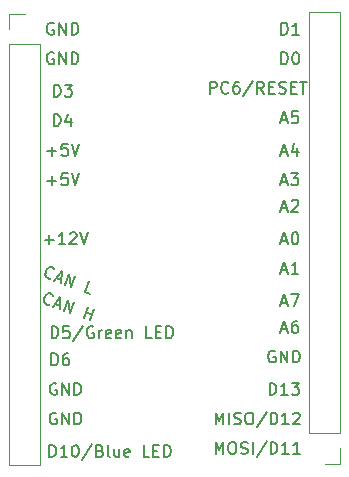
<source format=gbr>
G04 #@! TF.GenerationSoftware,KiCad,Pcbnew,(5.1.6)-1*
G04 #@! TF.CreationDate,2020-12-13T19:23:20+01:00*
G04 #@! TF.ProjectId,ACM Breakout,41434d20-4272-4656-916b-6f75742e6b69,rev?*
G04 #@! TF.SameCoordinates,Original*
G04 #@! TF.FileFunction,Legend,Top*
G04 #@! TF.FilePolarity,Positive*
%FSLAX46Y46*%
G04 Gerber Fmt 4.6, Leading zero omitted, Abs format (unit mm)*
G04 Created by KiCad (PCBNEW (5.1.6)-1) date 2020-12-13 19:23:20*
%MOMM*%
%LPD*%
G01*
G04 APERTURE LIST*
%ADD10C,0.150000*%
%ADD11C,0.120000*%
G04 APERTURE END LIST*
D10*
X-10464568Y-2097004D02*
X-10525602Y-2125464D01*
X-10676130Y-2121352D01*
X-10765625Y-2088778D01*
X-10883580Y-1995171D01*
X-10940501Y-1873103D01*
X-10952675Y-1767322D01*
X-10932275Y-1572046D01*
X-10883415Y-1437804D01*
X-10773521Y-1275102D01*
X-10696201Y-1201894D01*
X-10574133Y-1144973D01*
X-10423604Y-1149086D01*
X-10334110Y-1181659D01*
X-10216155Y-1275266D01*
X-10187694Y-1336300D01*
X-10041443Y-2048308D02*
X-9593970Y-2211175D01*
X-10228657Y-2284218D02*
X-9573406Y-1458532D01*
X-9602196Y-2512232D01*
X-9288965Y-2626239D02*
X-8946945Y-1686546D01*
X-8751997Y-2821679D01*
X-8409977Y-1881986D01*
X-7141096Y-3407999D02*
X-7588569Y-3245132D01*
X-7246548Y-2305439D01*
X-10576436Y-4306287D02*
X-10637470Y-4334748D01*
X-10787998Y-4330635D01*
X-10877493Y-4298062D01*
X-10995448Y-4204454D01*
X-11052369Y-4082386D01*
X-11064543Y-3976605D01*
X-11044144Y-3781329D01*
X-10995283Y-3647088D01*
X-10885390Y-3484385D01*
X-10808069Y-3411177D01*
X-10686001Y-3354256D01*
X-10535473Y-3358369D01*
X-10445978Y-3390942D01*
X-10328023Y-3484550D01*
X-10299562Y-3545584D01*
X-10153311Y-4257591D02*
X-9705838Y-4420458D01*
X-10340525Y-4493502D02*
X-9685274Y-3667816D01*
X-9714064Y-4721515D01*
X-9400833Y-4835522D02*
X-9058813Y-3895829D01*
X-8863866Y-5030962D01*
X-8521846Y-4091269D01*
X-7700437Y-5454415D02*
X-7358417Y-4514723D01*
X-7521283Y-4962195D02*
X-6984316Y-5157636D01*
X-7163469Y-5649856D02*
X-6821449Y-4710163D01*
X-10419047Y-7152380D02*
X-10419047Y-6152380D01*
X-10180952Y-6152380D01*
X-10038095Y-6200000D01*
X-9942857Y-6295238D01*
X-9895238Y-6390476D01*
X-9847619Y-6580952D01*
X-9847619Y-6723809D01*
X-9895238Y-6914285D01*
X-9942857Y-7009523D01*
X-10038095Y-7104761D01*
X-10180952Y-7152380D01*
X-10419047Y-7152380D01*
X-8942857Y-6152380D02*
X-9419047Y-6152380D01*
X-9466666Y-6628571D01*
X-9419047Y-6580952D01*
X-9323809Y-6533333D01*
X-9085714Y-6533333D01*
X-8990476Y-6580952D01*
X-8942857Y-6628571D01*
X-8895238Y-6723809D01*
X-8895238Y-6961904D01*
X-8942857Y-7057142D01*
X-8990476Y-7104761D01*
X-9085714Y-7152380D01*
X-9323809Y-7152380D01*
X-9419047Y-7104761D01*
X-9466666Y-7057142D01*
X-7752380Y-6104761D02*
X-8609523Y-7390476D01*
X-6895238Y-6200000D02*
X-6990476Y-6152380D01*
X-7133333Y-6152380D01*
X-7276190Y-6200000D01*
X-7371428Y-6295238D01*
X-7419047Y-6390476D01*
X-7466666Y-6580952D01*
X-7466666Y-6723809D01*
X-7419047Y-6914285D01*
X-7371428Y-7009523D01*
X-7276190Y-7104761D01*
X-7133333Y-7152380D01*
X-7038095Y-7152380D01*
X-6895238Y-7104761D01*
X-6847619Y-7057142D01*
X-6847619Y-6723809D01*
X-7038095Y-6723809D01*
X-6419047Y-7152380D02*
X-6419047Y-6485714D01*
X-6419047Y-6676190D02*
X-6371428Y-6580952D01*
X-6323809Y-6533333D01*
X-6228571Y-6485714D01*
X-6133333Y-6485714D01*
X-5419047Y-7104761D02*
X-5514285Y-7152380D01*
X-5704761Y-7152380D01*
X-5800000Y-7104761D01*
X-5847619Y-7009523D01*
X-5847619Y-6628571D01*
X-5800000Y-6533333D01*
X-5704761Y-6485714D01*
X-5514285Y-6485714D01*
X-5419047Y-6533333D01*
X-5371428Y-6628571D01*
X-5371428Y-6723809D01*
X-5847619Y-6819047D01*
X-4561904Y-7104761D02*
X-4657142Y-7152380D01*
X-4847619Y-7152380D01*
X-4942857Y-7104761D01*
X-4990476Y-7009523D01*
X-4990476Y-6628571D01*
X-4942857Y-6533333D01*
X-4847619Y-6485714D01*
X-4657142Y-6485714D01*
X-4561904Y-6533333D01*
X-4514285Y-6628571D01*
X-4514285Y-6723809D01*
X-4990476Y-6819047D01*
X-4085714Y-6485714D02*
X-4085714Y-7152380D01*
X-4085714Y-6580952D02*
X-4038095Y-6533333D01*
X-3942857Y-6485714D01*
X-3800000Y-6485714D01*
X-3704761Y-6533333D01*
X-3657142Y-6628571D01*
X-3657142Y-7152380D01*
X-1942857Y-7152380D02*
X-2419047Y-7152380D01*
X-2419047Y-6152380D01*
X-1609523Y-6628571D02*
X-1276190Y-6628571D01*
X-1133333Y-7152380D02*
X-1609523Y-7152380D01*
X-1609523Y-6152380D01*
X-1133333Y-6152380D01*
X-704761Y-7152380D02*
X-704761Y-6152380D01*
X-466666Y-6152380D01*
X-323809Y-6200000D01*
X-228571Y-6295238D01*
X-180952Y-6390476D01*
X-133333Y-6580952D01*
X-133333Y-6723809D01*
X-180952Y-6914285D01*
X-228571Y-7009523D01*
X-323809Y-7104761D01*
X-466666Y-7152380D01*
X-704761Y-7152380D01*
X-10438095Y-9452380D02*
X-10438095Y-8452380D01*
X-10200000Y-8452380D01*
X-10057142Y-8500000D01*
X-9961904Y-8595238D01*
X-9914285Y-8690476D01*
X-9866666Y-8880952D01*
X-9866666Y-9023809D01*
X-9914285Y-9214285D01*
X-9961904Y-9309523D01*
X-10057142Y-9404761D01*
X-10200000Y-9452380D01*
X-10438095Y-9452380D01*
X-9009523Y-8452380D02*
X-9200000Y-8452380D01*
X-9295238Y-8500000D01*
X-9342857Y-8547619D01*
X-9438095Y-8690476D01*
X-9485714Y-8880952D01*
X-9485714Y-9261904D01*
X-9438095Y-9357142D01*
X-9390476Y-9404761D01*
X-9295238Y-9452380D01*
X-9104761Y-9452380D01*
X-9009523Y-9404761D01*
X-8961904Y-9357142D01*
X-8914285Y-9261904D01*
X-8914285Y-9023809D01*
X-8961904Y-8928571D01*
X-9009523Y-8880952D01*
X-9104761Y-8833333D01*
X-9295238Y-8833333D01*
X-9390476Y-8880952D01*
X-9438095Y-8928571D01*
X-9485714Y-9023809D01*
X-10619047Y-17202380D02*
X-10619047Y-16202380D01*
X-10380952Y-16202380D01*
X-10238095Y-16250000D01*
X-10142857Y-16345238D01*
X-10095238Y-16440476D01*
X-10047619Y-16630952D01*
X-10047619Y-16773809D01*
X-10095238Y-16964285D01*
X-10142857Y-17059523D01*
X-10238095Y-17154761D01*
X-10380952Y-17202380D01*
X-10619047Y-17202380D01*
X-9095238Y-17202380D02*
X-9666666Y-17202380D01*
X-9380952Y-17202380D02*
X-9380952Y-16202380D01*
X-9476190Y-16345238D01*
X-9571428Y-16440476D01*
X-9666666Y-16488095D01*
X-8476190Y-16202380D02*
X-8380952Y-16202380D01*
X-8285714Y-16250000D01*
X-8238095Y-16297619D01*
X-8190476Y-16392857D01*
X-8142857Y-16583333D01*
X-8142857Y-16821428D01*
X-8190476Y-17011904D01*
X-8238095Y-17107142D01*
X-8285714Y-17154761D01*
X-8380952Y-17202380D01*
X-8476190Y-17202380D01*
X-8571428Y-17154761D01*
X-8619047Y-17107142D01*
X-8666666Y-17011904D01*
X-8714285Y-16821428D01*
X-8714285Y-16583333D01*
X-8666666Y-16392857D01*
X-8619047Y-16297619D01*
X-8571428Y-16250000D01*
X-8476190Y-16202380D01*
X-7000000Y-16154761D02*
X-7857142Y-17440476D01*
X-6333333Y-16678571D02*
X-6190476Y-16726190D01*
X-6142857Y-16773809D01*
X-6095238Y-16869047D01*
X-6095238Y-17011904D01*
X-6142857Y-17107142D01*
X-6190476Y-17154761D01*
X-6285714Y-17202380D01*
X-6666666Y-17202380D01*
X-6666666Y-16202380D01*
X-6333333Y-16202380D01*
X-6238095Y-16250000D01*
X-6190476Y-16297619D01*
X-6142857Y-16392857D01*
X-6142857Y-16488095D01*
X-6190476Y-16583333D01*
X-6238095Y-16630952D01*
X-6333333Y-16678571D01*
X-6666666Y-16678571D01*
X-5523809Y-17202380D02*
X-5619047Y-17154761D01*
X-5666666Y-17059523D01*
X-5666666Y-16202380D01*
X-4714285Y-16535714D02*
X-4714285Y-17202380D01*
X-5142857Y-16535714D02*
X-5142857Y-17059523D01*
X-5095238Y-17154761D01*
X-5000000Y-17202380D01*
X-4857142Y-17202380D01*
X-4761904Y-17154761D01*
X-4714285Y-17107142D01*
X-3857142Y-17154761D02*
X-3952380Y-17202380D01*
X-4142857Y-17202380D01*
X-4238095Y-17154761D01*
X-4285714Y-17059523D01*
X-4285714Y-16678571D01*
X-4238095Y-16583333D01*
X-4142857Y-16535714D01*
X-3952380Y-16535714D01*
X-3857142Y-16583333D01*
X-3809523Y-16678571D01*
X-3809523Y-16773809D01*
X-4285714Y-16869047D01*
X-2142857Y-17202380D02*
X-2619047Y-17202380D01*
X-2619047Y-16202380D01*
X-1809523Y-16678571D02*
X-1476190Y-16678571D01*
X-1333333Y-17202380D02*
X-1809523Y-17202380D01*
X-1809523Y-16202380D01*
X-1333333Y-16202380D01*
X-904761Y-17202380D02*
X-904761Y-16202380D01*
X-666666Y-16202380D01*
X-523809Y-16250000D01*
X-428571Y-16345238D01*
X-380952Y-16440476D01*
X-333333Y-16630952D01*
X-333333Y-16773809D01*
X-380952Y-16964285D01*
X-428571Y-17059523D01*
X-523809Y-17154761D01*
X-666666Y-17202380D01*
X-904761Y-17202380D01*
X3452380Y-16952380D02*
X3452380Y-15952380D01*
X3785714Y-16666666D01*
X4119047Y-15952380D01*
X4119047Y-16952380D01*
X4785714Y-15952380D02*
X4976190Y-15952380D01*
X5071428Y-16000000D01*
X5166666Y-16095238D01*
X5214285Y-16285714D01*
X5214285Y-16619047D01*
X5166666Y-16809523D01*
X5071428Y-16904761D01*
X4976190Y-16952380D01*
X4785714Y-16952380D01*
X4690476Y-16904761D01*
X4595238Y-16809523D01*
X4547619Y-16619047D01*
X4547619Y-16285714D01*
X4595238Y-16095238D01*
X4690476Y-16000000D01*
X4785714Y-15952380D01*
X5595238Y-16904761D02*
X5738095Y-16952380D01*
X5976190Y-16952380D01*
X6071428Y-16904761D01*
X6119047Y-16857142D01*
X6166666Y-16761904D01*
X6166666Y-16666666D01*
X6119047Y-16571428D01*
X6071428Y-16523809D01*
X5976190Y-16476190D01*
X5785714Y-16428571D01*
X5690476Y-16380952D01*
X5642857Y-16333333D01*
X5595238Y-16238095D01*
X5595238Y-16142857D01*
X5642857Y-16047619D01*
X5690476Y-16000000D01*
X5785714Y-15952380D01*
X6023809Y-15952380D01*
X6166666Y-16000000D01*
X6595238Y-16952380D02*
X6595238Y-15952380D01*
X7785714Y-15904761D02*
X6928571Y-17190476D01*
X8119047Y-16952380D02*
X8119047Y-15952380D01*
X8357142Y-15952380D01*
X8500000Y-16000000D01*
X8595238Y-16095238D01*
X8642857Y-16190476D01*
X8690476Y-16380952D01*
X8690476Y-16523809D01*
X8642857Y-16714285D01*
X8595238Y-16809523D01*
X8500000Y-16904761D01*
X8357142Y-16952380D01*
X8119047Y-16952380D01*
X9642857Y-16952380D02*
X9071428Y-16952380D01*
X9357142Y-16952380D02*
X9357142Y-15952380D01*
X9261904Y-16095238D01*
X9166666Y-16190476D01*
X9071428Y-16238095D01*
X10595238Y-16952380D02*
X10023809Y-16952380D01*
X10309523Y-16952380D02*
X10309523Y-15952380D01*
X10214285Y-16095238D01*
X10119047Y-16190476D01*
X10023809Y-16238095D01*
X3452380Y-14452380D02*
X3452380Y-13452380D01*
X3785714Y-14166666D01*
X4119047Y-13452380D01*
X4119047Y-14452380D01*
X4595238Y-14452380D02*
X4595238Y-13452380D01*
X5023809Y-14404761D02*
X5166666Y-14452380D01*
X5404761Y-14452380D01*
X5500000Y-14404761D01*
X5547619Y-14357142D01*
X5595238Y-14261904D01*
X5595238Y-14166666D01*
X5547619Y-14071428D01*
X5500000Y-14023809D01*
X5404761Y-13976190D01*
X5214285Y-13928571D01*
X5119047Y-13880952D01*
X5071428Y-13833333D01*
X5023809Y-13738095D01*
X5023809Y-13642857D01*
X5071428Y-13547619D01*
X5119047Y-13500000D01*
X5214285Y-13452380D01*
X5452380Y-13452380D01*
X5595238Y-13500000D01*
X6214285Y-13452380D02*
X6404761Y-13452380D01*
X6500000Y-13500000D01*
X6595238Y-13595238D01*
X6642857Y-13785714D01*
X6642857Y-14119047D01*
X6595238Y-14309523D01*
X6500000Y-14404761D01*
X6404761Y-14452380D01*
X6214285Y-14452380D01*
X6119047Y-14404761D01*
X6023809Y-14309523D01*
X5976190Y-14119047D01*
X5976190Y-13785714D01*
X6023809Y-13595238D01*
X6119047Y-13500000D01*
X6214285Y-13452380D01*
X7785714Y-13404761D02*
X6928571Y-14690476D01*
X8119047Y-14452380D02*
X8119047Y-13452380D01*
X8357142Y-13452380D01*
X8500000Y-13500000D01*
X8595238Y-13595238D01*
X8642857Y-13690476D01*
X8690476Y-13880952D01*
X8690476Y-14023809D01*
X8642857Y-14214285D01*
X8595238Y-14309523D01*
X8500000Y-14404761D01*
X8357142Y-14452380D01*
X8119047Y-14452380D01*
X9642857Y-14452380D02*
X9071428Y-14452380D01*
X9357142Y-14452380D02*
X9357142Y-13452380D01*
X9261904Y-13595238D01*
X9166666Y-13690476D01*
X9071428Y-13738095D01*
X10023809Y-13547619D02*
X10071428Y-13500000D01*
X10166666Y-13452380D01*
X10404761Y-13452380D01*
X10500000Y-13500000D01*
X10547619Y-13547619D01*
X10595238Y-13642857D01*
X10595238Y-13738095D01*
X10547619Y-13880952D01*
X9976190Y-14452380D01*
X10595238Y-14452380D01*
X8035714Y-11952380D02*
X8035714Y-10952380D01*
X8273809Y-10952380D01*
X8416666Y-11000000D01*
X8511904Y-11095238D01*
X8559523Y-11190476D01*
X8607142Y-11380952D01*
X8607142Y-11523809D01*
X8559523Y-11714285D01*
X8511904Y-11809523D01*
X8416666Y-11904761D01*
X8273809Y-11952380D01*
X8035714Y-11952380D01*
X9559523Y-11952380D02*
X8988095Y-11952380D01*
X9273809Y-11952380D02*
X9273809Y-10952380D01*
X9178571Y-11095238D01*
X9083333Y-11190476D01*
X8988095Y-11238095D01*
X9892857Y-10952380D02*
X10511904Y-10952380D01*
X10178571Y-11333333D01*
X10321428Y-11333333D01*
X10416666Y-11380952D01*
X10464285Y-11428571D01*
X10511904Y-11523809D01*
X10511904Y-11761904D01*
X10464285Y-11857142D01*
X10416666Y-11904761D01*
X10321428Y-11952380D01*
X10035714Y-11952380D01*
X9940476Y-11904761D01*
X9892857Y-11857142D01*
X9035714Y-6416666D02*
X9511904Y-6416666D01*
X8940476Y-6702380D02*
X9273809Y-5702380D01*
X9607142Y-6702380D01*
X10369047Y-5702380D02*
X10178571Y-5702380D01*
X10083333Y-5750000D01*
X10035714Y-5797619D01*
X9940476Y-5940476D01*
X9892857Y-6130952D01*
X9892857Y-6511904D01*
X9940476Y-6607142D01*
X9988095Y-6654761D01*
X10083333Y-6702380D01*
X10273809Y-6702380D01*
X10369047Y-6654761D01*
X10416666Y-6607142D01*
X10464285Y-6511904D01*
X10464285Y-6273809D01*
X10416666Y-6178571D01*
X10369047Y-6130952D01*
X10273809Y-6083333D01*
X10083333Y-6083333D01*
X9988095Y-6130952D01*
X9940476Y-6178571D01*
X9892857Y-6273809D01*
X9035714Y-4166666D02*
X9511904Y-4166666D01*
X8940476Y-4452380D02*
X9273809Y-3452380D01*
X9607142Y-4452380D01*
X9845238Y-3452380D02*
X10511904Y-3452380D01*
X10083333Y-4452380D01*
X9035714Y-1416666D02*
X9511904Y-1416666D01*
X8940476Y-1702380D02*
X9273809Y-702380D01*
X9607142Y-1702380D01*
X10464285Y-1702380D02*
X9892857Y-1702380D01*
X10178571Y-1702380D02*
X10178571Y-702380D01*
X10083333Y-845238D01*
X9988095Y-940476D01*
X9892857Y-988095D01*
X9035714Y1083333D02*
X9511904Y1083333D01*
X8940476Y797619D02*
X9273809Y1797619D01*
X9607142Y797619D01*
X10130952Y1797619D02*
X10226190Y1797619D01*
X10321428Y1750000D01*
X10369047Y1702380D01*
X10416666Y1607142D01*
X10464285Y1416666D01*
X10464285Y1178571D01*
X10416666Y988095D01*
X10369047Y892857D01*
X10321428Y845238D01*
X10226190Y797619D01*
X10130952Y797619D01*
X10035714Y845238D01*
X9988095Y892857D01*
X9940476Y988095D01*
X9892857Y1178571D01*
X9892857Y1416666D01*
X9940476Y1607142D01*
X9988095Y1702380D01*
X10035714Y1750000D01*
X10130952Y1797619D01*
X9035714Y3833333D02*
X9511904Y3833333D01*
X8940476Y3547619D02*
X9273809Y4547619D01*
X9607142Y3547619D01*
X9892857Y4452380D02*
X9940476Y4500000D01*
X10035714Y4547619D01*
X10273809Y4547619D01*
X10369047Y4500000D01*
X10416666Y4452380D01*
X10464285Y4357142D01*
X10464285Y4261904D01*
X10416666Y4119047D01*
X9845238Y3547619D01*
X10464285Y3547619D01*
X9035714Y6083333D02*
X9511904Y6083333D01*
X8940476Y5797619D02*
X9273809Y6797619D01*
X9607142Y5797619D01*
X9845238Y6797619D02*
X10464285Y6797619D01*
X10130952Y6416666D01*
X10273809Y6416666D01*
X10369047Y6369047D01*
X10416666Y6321428D01*
X10464285Y6226190D01*
X10464285Y5988095D01*
X10416666Y5892857D01*
X10369047Y5845238D01*
X10273809Y5797619D01*
X9988095Y5797619D01*
X9892857Y5845238D01*
X9845238Y5892857D01*
X9035714Y8583333D02*
X9511904Y8583333D01*
X8940476Y8297619D02*
X9273809Y9297619D01*
X9607142Y8297619D01*
X10369047Y8964285D02*
X10369047Y8297619D01*
X10130952Y9345238D02*
X9892857Y8630952D01*
X10511904Y8630952D01*
X9035714Y11333333D02*
X9511904Y11333333D01*
X8940476Y11047619D02*
X9273809Y12047619D01*
X9607142Y11047619D01*
X10416666Y12047619D02*
X9940476Y12047619D01*
X9892857Y11571428D01*
X9940476Y11619047D01*
X10035714Y11666666D01*
X10273809Y11666666D01*
X10369047Y11619047D01*
X10416666Y11571428D01*
X10464285Y11476190D01*
X10464285Y11238095D01*
X10416666Y11142857D01*
X10369047Y11095238D01*
X10273809Y11047619D01*
X10035714Y11047619D01*
X9940476Y11095238D01*
X9892857Y11142857D01*
X2976190Y13547619D02*
X2976190Y14547619D01*
X3357142Y14547619D01*
X3452380Y14500000D01*
X3499999Y14452380D01*
X3547619Y14357142D01*
X3547619Y14214285D01*
X3499999Y14119047D01*
X3452380Y14071428D01*
X3357142Y14023809D01*
X2976190Y14023809D01*
X4547619Y13642857D02*
X4499999Y13595238D01*
X4357142Y13547619D01*
X4261904Y13547619D01*
X4119047Y13595238D01*
X4023809Y13690476D01*
X3976190Y13785714D01*
X3928571Y13976190D01*
X3928571Y14119047D01*
X3976190Y14309523D01*
X4023809Y14404761D01*
X4119047Y14500000D01*
X4261904Y14547619D01*
X4357142Y14547619D01*
X4499999Y14500000D01*
X4547619Y14452380D01*
X5404761Y14547619D02*
X5214285Y14547619D01*
X5119047Y14500000D01*
X5071428Y14452380D01*
X4976190Y14309523D01*
X4928571Y14119047D01*
X4928571Y13738095D01*
X4976190Y13642857D01*
X5023809Y13595238D01*
X5119047Y13547619D01*
X5309523Y13547619D01*
X5404761Y13595238D01*
X5452380Y13642857D01*
X5499999Y13738095D01*
X5499999Y13976190D01*
X5452380Y14071428D01*
X5404761Y14119047D01*
X5309523Y14166666D01*
X5119047Y14166666D01*
X5023809Y14119047D01*
X4976190Y14071428D01*
X4928571Y13976190D01*
X6642857Y14595238D02*
X5785714Y13309523D01*
X7547619Y13547619D02*
X7214285Y14023809D01*
X6976190Y13547619D02*
X6976190Y14547619D01*
X7357142Y14547619D01*
X7452380Y14500000D01*
X7499999Y14452380D01*
X7547619Y14357142D01*
X7547619Y14214285D01*
X7499999Y14119047D01*
X7452380Y14071428D01*
X7357142Y14023809D01*
X6976190Y14023809D01*
X7976190Y14071428D02*
X8309523Y14071428D01*
X8452380Y13547619D02*
X7976190Y13547619D01*
X7976190Y14547619D01*
X8452380Y14547619D01*
X8833333Y13595238D02*
X8976190Y13547619D01*
X9214285Y13547619D01*
X9309523Y13595238D01*
X9357142Y13642857D01*
X9404761Y13738095D01*
X9404761Y13833333D01*
X9357142Y13928571D01*
X9309523Y13976190D01*
X9214285Y14023809D01*
X9023809Y14071428D01*
X8928571Y14119047D01*
X8880952Y14166666D01*
X8833333Y14261904D01*
X8833333Y14357142D01*
X8880952Y14452380D01*
X8928571Y14500000D01*
X9023809Y14547619D01*
X9261904Y14547619D01*
X9404761Y14500000D01*
X9833333Y14071428D02*
X10166666Y14071428D01*
X10309523Y13547619D02*
X9833333Y13547619D01*
X9833333Y14547619D01*
X10309523Y14547619D01*
X10595238Y14547619D02*
X11166666Y14547619D01*
X10880952Y13547619D02*
X10880952Y14547619D01*
X9011904Y16047619D02*
X9011904Y17047619D01*
X9250000Y17047619D01*
X9392857Y17000000D01*
X9488095Y16904761D01*
X9535714Y16809523D01*
X9583333Y16619047D01*
X9583333Y16476190D01*
X9535714Y16285714D01*
X9488095Y16190476D01*
X9392857Y16095238D01*
X9250000Y16047619D01*
X9011904Y16047619D01*
X10202380Y17047619D02*
X10297619Y17047619D01*
X10392857Y17000000D01*
X10440476Y16952380D01*
X10488095Y16857142D01*
X10535714Y16666666D01*
X10535714Y16428571D01*
X10488095Y16238095D01*
X10440476Y16142857D01*
X10392857Y16095238D01*
X10297619Y16047619D01*
X10202380Y16047619D01*
X10107142Y16095238D01*
X10059523Y16142857D01*
X10011904Y16238095D01*
X9964285Y16428571D01*
X9964285Y16666666D01*
X10011904Y16857142D01*
X10059523Y16952380D01*
X10107142Y17000000D01*
X10202380Y17047619D01*
X9011904Y18547619D02*
X9011904Y19547619D01*
X9250000Y19547619D01*
X9392857Y19500000D01*
X9488095Y19404761D01*
X9535714Y19309523D01*
X9583333Y19119047D01*
X9583333Y18976190D01*
X9535714Y18785714D01*
X9488095Y18690476D01*
X9392857Y18595238D01*
X9250000Y18547619D01*
X9011904Y18547619D01*
X10535714Y18547619D02*
X9964285Y18547619D01*
X10250000Y18547619D02*
X10250000Y19547619D01*
X10154761Y19404761D01*
X10059523Y19309523D01*
X9964285Y19261904D01*
X-10011904Y-13500000D02*
X-10107142Y-13452380D01*
X-10250000Y-13452380D01*
X-10392857Y-13500000D01*
X-10488095Y-13595238D01*
X-10535714Y-13690476D01*
X-10583333Y-13880952D01*
X-10583333Y-14023809D01*
X-10535714Y-14214285D01*
X-10488095Y-14309523D01*
X-10392857Y-14404761D01*
X-10250000Y-14452380D01*
X-10154761Y-14452380D01*
X-10011904Y-14404761D01*
X-9964285Y-14357142D01*
X-9964285Y-14023809D01*
X-10154761Y-14023809D01*
X-9535714Y-14452380D02*
X-9535714Y-13452380D01*
X-8964285Y-14452380D01*
X-8964285Y-13452380D01*
X-8488095Y-14452380D02*
X-8488095Y-13452380D01*
X-8250000Y-13452380D01*
X-8107142Y-13500000D01*
X-8011904Y-13595238D01*
X-7964285Y-13690476D01*
X-7916666Y-13880952D01*
X-7916666Y-14023809D01*
X-7964285Y-14214285D01*
X-8011904Y-14309523D01*
X-8107142Y-14404761D01*
X-8250000Y-14452380D01*
X-8488095Y-14452380D01*
X8488095Y-8250000D02*
X8392857Y-8202380D01*
X8249999Y-8202380D01*
X8107142Y-8250000D01*
X8011904Y-8345238D01*
X7964285Y-8440476D01*
X7916666Y-8630952D01*
X7916666Y-8773809D01*
X7964285Y-8964285D01*
X8011904Y-9059523D01*
X8107142Y-9154761D01*
X8249999Y-9202380D01*
X8345238Y-9202380D01*
X8488095Y-9154761D01*
X8535714Y-9107142D01*
X8535714Y-8773809D01*
X8345238Y-8773809D01*
X8964285Y-9202380D02*
X8964285Y-8202380D01*
X9535714Y-9202380D01*
X9535714Y-8202380D01*
X10011904Y-9202380D02*
X10011904Y-8202380D01*
X10250000Y-8202380D01*
X10392857Y-8250000D01*
X10488095Y-8345238D01*
X10535714Y-8440476D01*
X10583333Y-8630952D01*
X10583333Y-8773809D01*
X10535714Y-8964285D01*
X10488095Y-9059523D01*
X10392857Y-9154761D01*
X10250000Y-9202380D01*
X10011904Y-9202380D01*
X-10011904Y-11000000D02*
X-10107142Y-10952380D01*
X-10250000Y-10952380D01*
X-10392857Y-11000000D01*
X-10488095Y-11095238D01*
X-10535714Y-11190476D01*
X-10583333Y-11380952D01*
X-10583333Y-11523809D01*
X-10535714Y-11714285D01*
X-10488095Y-11809523D01*
X-10392857Y-11904761D01*
X-10250000Y-11952380D01*
X-10154761Y-11952380D01*
X-10011904Y-11904761D01*
X-9964285Y-11857142D01*
X-9964285Y-11523809D01*
X-10154761Y-11523809D01*
X-9535714Y-11952380D02*
X-9535714Y-10952380D01*
X-8964285Y-11952380D01*
X-8964285Y-10952380D01*
X-8488095Y-11952380D02*
X-8488095Y-10952380D01*
X-8250000Y-10952380D01*
X-8107142Y-11000000D01*
X-8011904Y-11095238D01*
X-7964285Y-11190476D01*
X-7916666Y-11380952D01*
X-7916666Y-11523809D01*
X-7964285Y-11714285D01*
X-8011904Y-11809523D01*
X-8107142Y-11904761D01*
X-8250000Y-11952380D01*
X-8488095Y-11952380D01*
X-10261904Y17000000D02*
X-10357142Y17047619D01*
X-10500000Y17047619D01*
X-10642857Y17000000D01*
X-10738095Y16904761D01*
X-10785714Y16809523D01*
X-10833333Y16619047D01*
X-10833333Y16476190D01*
X-10785714Y16285714D01*
X-10738095Y16190476D01*
X-10642857Y16095238D01*
X-10500000Y16047619D01*
X-10404761Y16047619D01*
X-10261904Y16095238D01*
X-10214285Y16142857D01*
X-10214285Y16476190D01*
X-10404761Y16476190D01*
X-9785714Y16047619D02*
X-9785714Y17047619D01*
X-9214285Y16047619D01*
X-9214285Y17047619D01*
X-8738095Y16047619D02*
X-8738095Y17047619D01*
X-8500000Y17047619D01*
X-8357142Y17000000D01*
X-8261904Y16904761D01*
X-8214285Y16809523D01*
X-8166666Y16619047D01*
X-8166666Y16476190D01*
X-8214285Y16285714D01*
X-8261904Y16190476D01*
X-8357142Y16095238D01*
X-8500000Y16047619D01*
X-8738095Y16047619D01*
X-10261904Y19500000D02*
X-10357142Y19547619D01*
X-10500000Y19547619D01*
X-10642857Y19500000D01*
X-10738095Y19404761D01*
X-10785714Y19309523D01*
X-10833333Y19119047D01*
X-10833333Y18976190D01*
X-10785714Y18785714D01*
X-10738095Y18690476D01*
X-10642857Y18595238D01*
X-10500000Y18547619D01*
X-10404761Y18547619D01*
X-10261904Y18595238D01*
X-10214285Y18642857D01*
X-10214285Y18976190D01*
X-10404761Y18976190D01*
X-9785714Y18547619D02*
X-9785714Y19547619D01*
X-9214285Y18547619D01*
X-9214285Y19547619D01*
X-8738095Y18547619D02*
X-8738095Y19547619D01*
X-8500000Y19547619D01*
X-8357142Y19500000D01*
X-8261904Y19404761D01*
X-8214285Y19309523D01*
X-8166666Y19119047D01*
X-8166666Y18976190D01*
X-8214285Y18785714D01*
X-8261904Y18690476D01*
X-8357142Y18595238D01*
X-8500000Y18547619D01*
X-8738095Y18547619D01*
X-10238095Y13297619D02*
X-10238095Y14297619D01*
X-10000000Y14297619D01*
X-9857142Y14250000D01*
X-9761904Y14154761D01*
X-9714285Y14059523D01*
X-9666666Y13869047D01*
X-9666666Y13726190D01*
X-9714285Y13535714D01*
X-9761904Y13440476D01*
X-9857142Y13345238D01*
X-10000000Y13297619D01*
X-10238095Y13297619D01*
X-9333333Y14297619D02*
X-8714285Y14297619D01*
X-9047619Y13916666D01*
X-8904761Y13916666D01*
X-8809523Y13869047D01*
X-8761904Y13821428D01*
X-8714285Y13726190D01*
X-8714285Y13488095D01*
X-8761904Y13392857D01*
X-8809523Y13345238D01*
X-8904761Y13297619D01*
X-9190476Y13297619D01*
X-9285714Y13345238D01*
X-9333333Y13392857D01*
X-10238095Y10797619D02*
X-10238095Y11797619D01*
X-10000000Y11797619D01*
X-9857142Y11750000D01*
X-9761904Y11654761D01*
X-9714285Y11559523D01*
X-9666666Y11369047D01*
X-9666666Y11226190D01*
X-9714285Y11035714D01*
X-9761904Y10940476D01*
X-9857142Y10845238D01*
X-10000000Y10797619D01*
X-10238095Y10797619D01*
X-8809523Y11464285D02*
X-8809523Y10797619D01*
X-9047619Y11845238D02*
X-9285714Y11130952D01*
X-8666666Y11130952D01*
X-10785714Y8678571D02*
X-10023809Y8678571D01*
X-10404761Y8297619D02*
X-10404761Y9059523D01*
X-9071428Y9297619D02*
X-9547619Y9297619D01*
X-9595238Y8821428D01*
X-9547619Y8869047D01*
X-9452380Y8916666D01*
X-9214285Y8916666D01*
X-9119047Y8869047D01*
X-9071428Y8821428D01*
X-9023809Y8726190D01*
X-9023809Y8488095D01*
X-9071428Y8392857D01*
X-9119047Y8345238D01*
X-9214285Y8297619D01*
X-9452380Y8297619D01*
X-9547619Y8345238D01*
X-9595238Y8392857D01*
X-8738095Y9297619D02*
X-8404761Y8297619D01*
X-8071428Y9297619D01*
X-10785714Y6178571D02*
X-10023809Y6178571D01*
X-10404761Y5797619D02*
X-10404761Y6559523D01*
X-9071428Y6797619D02*
X-9547619Y6797619D01*
X-9595238Y6321428D01*
X-9547619Y6369047D01*
X-9452380Y6416666D01*
X-9214285Y6416666D01*
X-9119047Y6369047D01*
X-9071428Y6321428D01*
X-9023809Y6226190D01*
X-9023809Y5988095D01*
X-9071428Y5892857D01*
X-9119047Y5845238D01*
X-9214285Y5797619D01*
X-9452380Y5797619D01*
X-9547619Y5845238D01*
X-9595238Y5892857D01*
X-8738095Y6797619D02*
X-8404761Y5797619D01*
X-8071428Y6797619D01*
X-11011904Y1178571D02*
X-10250000Y1178571D01*
X-10630952Y797619D02*
X-10630952Y1559523D01*
X-9250000Y797619D02*
X-9821428Y797619D01*
X-9535714Y797619D02*
X-9535714Y1797619D01*
X-9630952Y1654761D01*
X-9726190Y1559523D01*
X-9821428Y1511904D01*
X-8869047Y1702380D02*
X-8821428Y1750000D01*
X-8726190Y1797619D01*
X-8488095Y1797619D01*
X-8392857Y1750000D01*
X-8345238Y1702380D01*
X-8297619Y1607142D01*
X-8297619Y1511904D01*
X-8345238Y1369047D01*
X-8916666Y797619D01*
X-8297619Y797619D01*
X-8011904Y1797619D02*
X-7678571Y797619D01*
X-7345238Y1797619D01*
D11*
X-14030000Y20330000D02*
X-12700000Y20330000D01*
X-14030000Y19000000D02*
X-14030000Y20330000D01*
X-14030000Y17730000D02*
X-11370000Y17730000D01*
X-11370000Y17730000D02*
X-11370000Y-17890000D01*
X-14030000Y17730000D02*
X-14030000Y-17890000D01*
X-14030000Y-17890000D02*
X-11370000Y-17890000D01*
X14030000Y20430000D02*
X11370000Y20430000D01*
X14030000Y-15190000D02*
X14030000Y20430000D01*
X11370000Y-15190000D02*
X11370000Y20430000D01*
X14030000Y-15190000D02*
X11370000Y-15190000D01*
X14030000Y-16460000D02*
X14030000Y-17790000D01*
X14030000Y-17790000D02*
X12700000Y-17790000D01*
M02*

</source>
